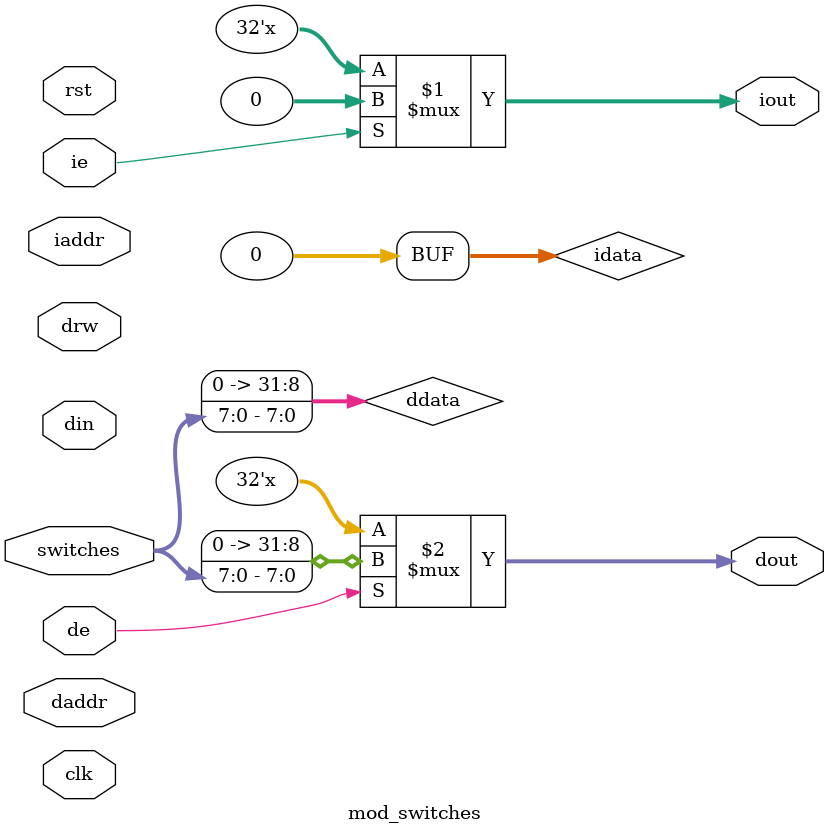
<source format=v>
/*
    Copyright 2010 David Fritz, Brian Gordon, Wira Mulia

    This program is free software: you can redistribute it and/or modify
    it under the terms of the GNU General Public License as published by
    the Free Software Foundation, either version 3 of the License, or
    (at your option) any later version.

    This program is distributed in the hope that it will be useful,
    but WITHOUT ANY WARRANTY; without even the implied warranty of
    MERCHANTABILITY or FITNESS FOR A PARTICULAR PURPOSE.  See the
    GNU General Public License for more details.

    You should have received a copy of the GNU General Public License
    along with this program.  If not, see <http://www.gnu.org/licenses/>.

 */


/* 
David Fritz

switches control module

2.23.2010
*/

/*
There are 4 switches on the Spartan3E board, and they are addressable as the last nibble of the returned word
*/
module mod_switches(rst, clk, ie, de, iaddr, daddr, drw, din, iout, dout, switches);
        input rst;
        input clk;
        input ie,de;
        input [31:0] iaddr, daddr;
        input drw;
        input [31:0] din;
        output [31:0] iout, dout;
	input [7:0] switches;

        /* by spec, the iout and dout signals must go hiZ when we're not using them */
        wire [31:0] idata, ddata;
        assign iout = ie ? idata : 32'hzzzzzzzz;
        assign dout = de ? ddata : 32'hzzzzzzzz;

	assign idata = 32'h00000000;
	assign ddata = {24'h000000,switches};
endmodule

</source>
